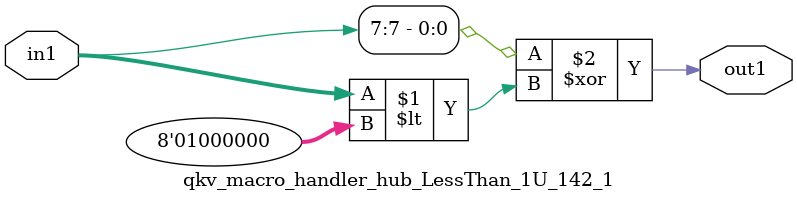
<source format=v>

`timescale 1ps / 1ps


module qkv_macro_handler_hub_LessThan_1U_142_1( in1, out1 );

    input [7:0] in1;
    output out1;

    
    // rtl_process:qkv_macro_handler_hub_LessThan_1U_142_1/qkv_macro_handler_hub_LessThan_1U_142_1_thread_1
    assign out1 = (in1[7] ^ in1 < 8'd064);

endmodule


</source>
